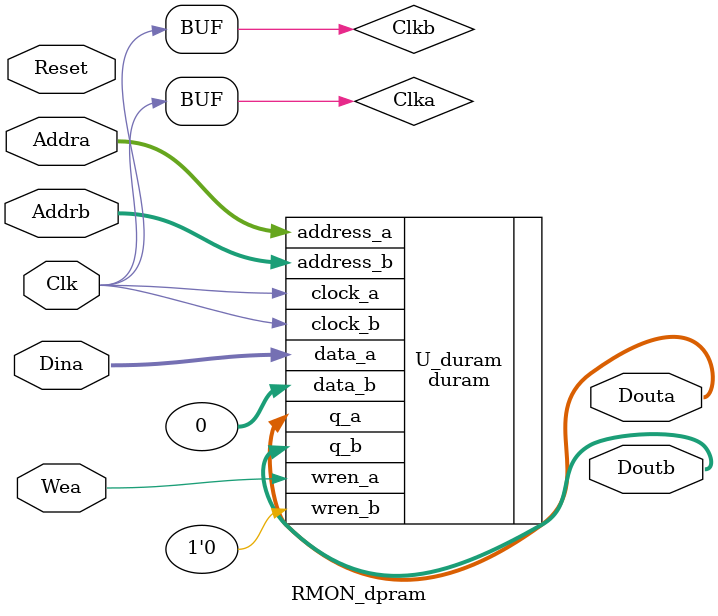
<source format=v>
module RMON_dpram(
Reset   ,         
Clk     ,         
//port-a for Rmon 
Addra,            
Dina,            
Douta,           
Wea,             
//port-b for CPU  
Addrb,            
Doutb   
);

input           Reset   ;
input           Clk     ; 
                //port-a for Rmon  
input   [5:0]   Addra;
input   [31:0]  Dina;
output  [31:0]  Douta;
input           Wea;
                //port-b for CPU
input   [5:0]   Addrb;
output  [31:0]  Doutb;
//******************************************************************************
//internal signals                                                              
//******************************************************************************

wire            Clka;
wire            Clkb;
assign          Clka=Clk;
assign  #2      Clkb=Clk;
//******************************************************************************

duram #(32,6,"M4K") U_duram(    
.data_a         (Dina           ),  
.data_b         (32'b0          ),  
.wren_a         (Wea            ),  
.wren_b         (1'b0           ),  
.address_a      (Addra          ),  
.address_b      (Addrb          ),  
.clock_a        (Clka           ),  
.clock_b        (Clkb           ),  
.q_a            (Douta          ),  
.q_b            (Doutb          )); 

endmodule
</source>
